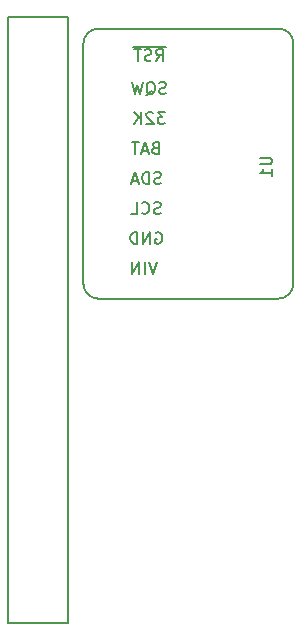
<source format=gbr>
G04 #@! TF.FileFunction,Legend,Bot*
%FSLAX46Y46*%
G04 Gerber Fmt 4.6, Leading zero omitted, Abs format (unit mm)*
G04 Created by KiCad (PCBNEW 4.0.7-e2-6376~58~ubuntu16.04.1) date Mon Apr  2 14:55:01 2018*
%MOMM*%
%LPD*%
G01*
G04 APERTURE LIST*
%ADD10C,0.100000*%
%ADD11C,0.203200*%
%ADD12C,0.150000*%
G04 APERTURE END LIST*
D10*
D11*
X58674000Y-74930000D02*
X73914000Y-74930000D01*
X57404000Y-53340000D02*
X57404000Y-73660000D01*
X73914000Y-52070000D02*
X58674000Y-52070000D01*
X75184000Y-73660000D02*
X75184000Y-53340000D01*
X57404000Y-53340000D02*
G75*
G02X58674000Y-52070000I1270000J0D01*
G01*
X73914000Y-52070000D02*
G75*
G02X75184000Y-53340000I0J-1270000D01*
G01*
X75184000Y-73660000D02*
G75*
G02X73914000Y-74930000I-1270000J0D01*
G01*
X58674000Y-74930000D02*
G75*
G02X57404000Y-73660000I0J1270000D01*
G01*
X53594000Y-51054000D02*
X56134000Y-51054000D01*
X56134000Y-51054000D02*
X56134000Y-102362000D01*
X56134000Y-102362000D02*
X51054000Y-102362000D01*
X51054000Y-102362000D02*
X51054000Y-51054000D01*
X51054000Y-51054000D02*
X53594000Y-51054000D01*
D12*
X72350381Y-62992095D02*
X73159905Y-62992095D01*
X73255143Y-63039714D01*
X73302762Y-63087333D01*
X73350381Y-63182571D01*
X73350381Y-63373048D01*
X73302762Y-63468286D01*
X73255143Y-63515905D01*
X73159905Y-63563524D01*
X72350381Y-63563524D01*
X73350381Y-64563524D02*
X73350381Y-63992095D01*
X73350381Y-64277809D02*
X72350381Y-64277809D01*
X72493238Y-64182571D01*
X72588476Y-64087333D01*
X72636095Y-63992095D01*
D11*
X63548381Y-54815619D02*
X63887047Y-54331810D01*
X64128952Y-54815619D02*
X64128952Y-53799619D01*
X63741905Y-53799619D01*
X63645143Y-53848000D01*
X63596762Y-53896381D01*
X63548381Y-53993143D01*
X63548381Y-54138286D01*
X63596762Y-54235048D01*
X63645143Y-54283429D01*
X63741905Y-54331810D01*
X64128952Y-54331810D01*
X63161333Y-54767238D02*
X63016190Y-54815619D01*
X62774286Y-54815619D01*
X62677524Y-54767238D01*
X62629143Y-54718857D01*
X62580762Y-54622095D01*
X62580762Y-54525333D01*
X62629143Y-54428571D01*
X62677524Y-54380190D01*
X62774286Y-54331810D01*
X62967809Y-54283429D01*
X63064571Y-54235048D01*
X63112952Y-54186667D01*
X63161333Y-54089905D01*
X63161333Y-53993143D01*
X63112952Y-53896381D01*
X63064571Y-53848000D01*
X62967809Y-53799619D01*
X62725905Y-53799619D01*
X62580762Y-53848000D01*
X62290476Y-53799619D02*
X61709905Y-53799619D01*
X62000190Y-54815619D02*
X62000190Y-53799619D01*
X64370857Y-53624480D02*
X61613143Y-53624480D01*
X64395047Y-57561238D02*
X64249904Y-57609619D01*
X64008000Y-57609619D01*
X63911238Y-57561238D01*
X63862857Y-57512857D01*
X63814476Y-57416095D01*
X63814476Y-57319333D01*
X63862857Y-57222571D01*
X63911238Y-57174190D01*
X64008000Y-57125810D01*
X64201523Y-57077429D01*
X64298285Y-57029048D01*
X64346666Y-56980667D01*
X64395047Y-56883905D01*
X64395047Y-56787143D01*
X64346666Y-56690381D01*
X64298285Y-56642000D01*
X64201523Y-56593619D01*
X63959619Y-56593619D01*
X63814476Y-56642000D01*
X62701714Y-57706381D02*
X62798476Y-57658000D01*
X62895238Y-57561238D01*
X63040381Y-57416095D01*
X63137142Y-57367714D01*
X63233904Y-57367714D01*
X63185523Y-57609619D02*
X63282285Y-57561238D01*
X63379047Y-57464476D01*
X63427428Y-57270952D01*
X63427428Y-56932286D01*
X63379047Y-56738762D01*
X63282285Y-56642000D01*
X63185523Y-56593619D01*
X62992000Y-56593619D01*
X62895238Y-56642000D01*
X62798476Y-56738762D01*
X62750095Y-56932286D01*
X62750095Y-57270952D01*
X62798476Y-57464476D01*
X62895238Y-57561238D01*
X62992000Y-57609619D01*
X63185523Y-57609619D01*
X62411428Y-56593619D02*
X62169523Y-57609619D01*
X61976000Y-56883905D01*
X61782476Y-57609619D01*
X61540571Y-56593619D01*
X64322476Y-59133619D02*
X63693524Y-59133619D01*
X64032190Y-59520667D01*
X63887048Y-59520667D01*
X63790286Y-59569048D01*
X63741905Y-59617429D01*
X63693524Y-59714190D01*
X63693524Y-59956095D01*
X63741905Y-60052857D01*
X63790286Y-60101238D01*
X63887048Y-60149619D01*
X64177333Y-60149619D01*
X64274095Y-60101238D01*
X64322476Y-60052857D01*
X63306476Y-59230381D02*
X63258095Y-59182000D01*
X63161333Y-59133619D01*
X62919429Y-59133619D01*
X62822667Y-59182000D01*
X62774286Y-59230381D01*
X62725905Y-59327143D01*
X62725905Y-59423905D01*
X62774286Y-59569048D01*
X63354857Y-60149619D01*
X62725905Y-60149619D01*
X62290476Y-60149619D02*
X62290476Y-59133619D01*
X61709905Y-60149619D02*
X62145333Y-59569048D01*
X61709905Y-59133619D02*
X62290476Y-59714190D01*
X63487905Y-62157429D02*
X63342762Y-62205810D01*
X63294381Y-62254190D01*
X63246000Y-62350952D01*
X63246000Y-62496095D01*
X63294381Y-62592857D01*
X63342762Y-62641238D01*
X63439524Y-62689619D01*
X63826571Y-62689619D01*
X63826571Y-61673619D01*
X63487905Y-61673619D01*
X63391143Y-61722000D01*
X63342762Y-61770381D01*
X63294381Y-61867143D01*
X63294381Y-61963905D01*
X63342762Y-62060667D01*
X63391143Y-62109048D01*
X63487905Y-62157429D01*
X63826571Y-62157429D01*
X62858952Y-62399333D02*
X62375143Y-62399333D01*
X62955714Y-62689619D02*
X62617047Y-61673619D01*
X62278381Y-62689619D01*
X62084857Y-61673619D02*
X61504286Y-61673619D01*
X61794571Y-62689619D02*
X61794571Y-61673619D01*
X63971714Y-65181238D02*
X63826571Y-65229619D01*
X63584667Y-65229619D01*
X63487905Y-65181238D01*
X63439524Y-65132857D01*
X63391143Y-65036095D01*
X63391143Y-64939333D01*
X63439524Y-64842571D01*
X63487905Y-64794190D01*
X63584667Y-64745810D01*
X63778190Y-64697429D01*
X63874952Y-64649048D01*
X63923333Y-64600667D01*
X63971714Y-64503905D01*
X63971714Y-64407143D01*
X63923333Y-64310381D01*
X63874952Y-64262000D01*
X63778190Y-64213619D01*
X63536286Y-64213619D01*
X63391143Y-64262000D01*
X62955714Y-65229619D02*
X62955714Y-64213619D01*
X62713809Y-64213619D01*
X62568667Y-64262000D01*
X62471905Y-64358762D01*
X62423524Y-64455524D01*
X62375143Y-64649048D01*
X62375143Y-64794190D01*
X62423524Y-64987714D01*
X62471905Y-65084476D01*
X62568667Y-65181238D01*
X62713809Y-65229619D01*
X62955714Y-65229619D01*
X61988095Y-64939333D02*
X61504286Y-64939333D01*
X62084857Y-65229619D02*
X61746190Y-64213619D01*
X61407524Y-65229619D01*
X63947523Y-67721238D02*
X63802380Y-67769619D01*
X63560476Y-67769619D01*
X63463714Y-67721238D01*
X63415333Y-67672857D01*
X63366952Y-67576095D01*
X63366952Y-67479333D01*
X63415333Y-67382571D01*
X63463714Y-67334190D01*
X63560476Y-67285810D01*
X63753999Y-67237429D01*
X63850761Y-67189048D01*
X63899142Y-67140667D01*
X63947523Y-67043905D01*
X63947523Y-66947143D01*
X63899142Y-66850381D01*
X63850761Y-66802000D01*
X63753999Y-66753619D01*
X63512095Y-66753619D01*
X63366952Y-66802000D01*
X62350952Y-67672857D02*
X62399333Y-67721238D01*
X62544476Y-67769619D01*
X62641238Y-67769619D01*
X62786380Y-67721238D01*
X62883142Y-67624476D01*
X62931523Y-67527714D01*
X62979904Y-67334190D01*
X62979904Y-67189048D01*
X62931523Y-66995524D01*
X62883142Y-66898762D01*
X62786380Y-66802000D01*
X62641238Y-66753619D01*
X62544476Y-66753619D01*
X62399333Y-66802000D01*
X62350952Y-66850381D01*
X61431714Y-67769619D02*
X61915523Y-67769619D01*
X61915523Y-66753619D01*
X63512095Y-69342000D02*
X63608857Y-69293619D01*
X63754000Y-69293619D01*
X63899142Y-69342000D01*
X63995904Y-69438762D01*
X64044285Y-69535524D01*
X64092666Y-69729048D01*
X64092666Y-69874190D01*
X64044285Y-70067714D01*
X63995904Y-70164476D01*
X63899142Y-70261238D01*
X63754000Y-70309619D01*
X63657238Y-70309619D01*
X63512095Y-70261238D01*
X63463714Y-70212857D01*
X63463714Y-69874190D01*
X63657238Y-69874190D01*
X63028285Y-70309619D02*
X63028285Y-69293619D01*
X62447714Y-70309619D01*
X62447714Y-69293619D01*
X61963904Y-70309619D02*
X61963904Y-69293619D01*
X61721999Y-69293619D01*
X61576857Y-69342000D01*
X61480095Y-69438762D01*
X61431714Y-69535524D01*
X61383333Y-69729048D01*
X61383333Y-69874190D01*
X61431714Y-70067714D01*
X61480095Y-70164476D01*
X61576857Y-70261238D01*
X61721999Y-70309619D01*
X61963904Y-70309619D01*
X63596762Y-71833619D02*
X63258095Y-72849619D01*
X62919429Y-71833619D01*
X62580762Y-72849619D02*
X62580762Y-71833619D01*
X62096952Y-72849619D02*
X62096952Y-71833619D01*
X61516381Y-72849619D01*
X61516381Y-71833619D01*
M02*

</source>
